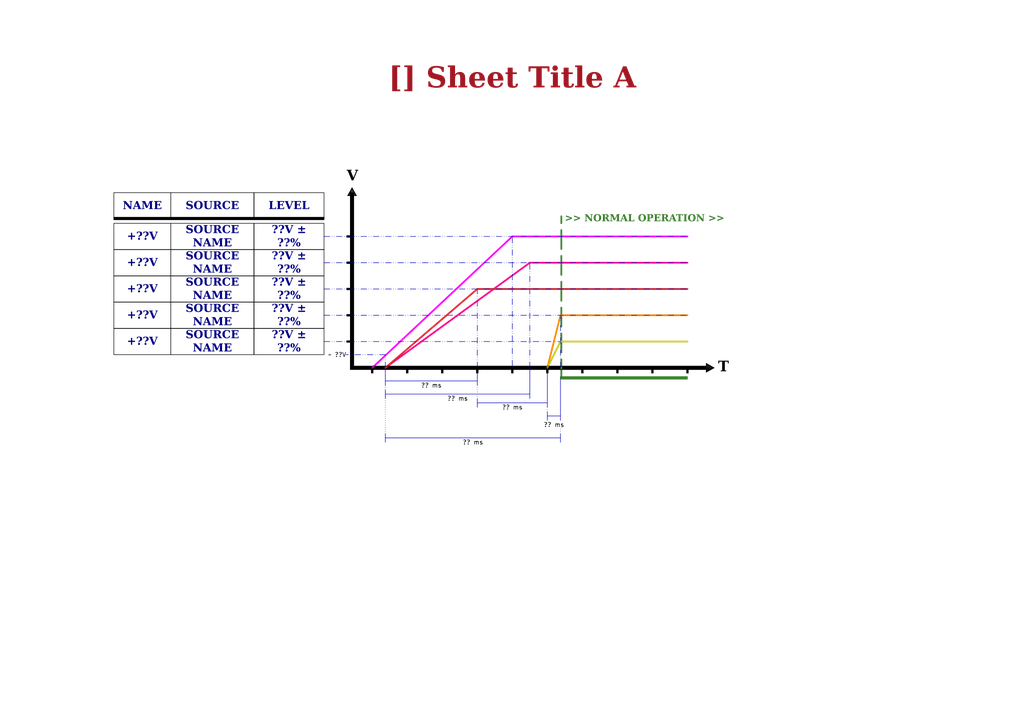
<source format=kicad_sch>
(kicad_sch
	(version 20231120)
	(generator "eeschema")
	(generator_version "8.0")
	(uuid "26e99a33-043b-499d-a26e-816ff79b487a")
	(paper "A4")
	(title_block
		(title "Sheet Title A")
		(date "Last Modified Date")
		(rev "${REVISION}")
		(company "${COMPANY}")
	)
	(lib_symbols)
	(polyline
		(pts
			(xy 111.76 106.68) (xy 153.67 76.2)
		)
		(stroke
			(width 0.5)
			(type solid)
			(color 255 0 133 1)
		)
		(uuid "14cc31f5-5b1d-4b99-9a30-1de7f84e106d")
	)
	(polyline
		(pts
			(xy 111.76 102.87) (xy 100.33 102.87)
		)
		(stroke
			(width 0)
			(type dash_dot_dot)
		)
		(uuid "176eb350-134d-4c1a-a967-a05b371b9b92")
	)
	(polyline
		(pts
			(xy 162.56 125.73) (xy 162.56 128.27)
		)
		(stroke
			(width 0)
			(type default)
		)
		(uuid "265a5d50-44ba-48ae-a091-bd8b2830d82a")
	)
	(polyline
		(pts
			(xy 158.75 120.65) (xy 162.56 120.65)
		)
		(stroke
			(width 0)
			(type default)
		)
		(uuid "2aff2b87-d6f1-4cc0-8284-8b904b49ef36")
	)
	(polyline
		(pts
			(xy 148.59 106.172) (xy 148.59 68.58)
		)
		(stroke
			(width 0)
			(type dash_dot_dot)
		)
		(uuid "2c89142b-99fb-43b5-b9d3-03f021389fdb")
	)
	(polyline
		(pts
			(xy 93.98 99.06) (xy 199.39 99.06)
		)
		(stroke
			(width 0)
			(type dash_dot_dot)
		)
		(uuid "3c31ec5e-b221-4aec-84a3-080393b50b04")
	)
	(polyline
		(pts
			(xy 111.76 111.76) (xy 111.76 113.03)
		)
		(stroke
			(width 0)
			(type dot)
		)
		(uuid "3d394317-cd67-4649-8df5-ebc365ddbfdf")
	)
	(polyline
		(pts
			(xy 158.75 119.38) (xy 158.75 121.92)
		)
		(stroke
			(width 0)
			(type default)
		)
		(uuid "3e2e08fe-6523-4396-b274-cda6d56778e0")
	)
	(polyline
		(pts
			(xy 162.56 91.44) (xy 199.39 91.44)
		)
		(stroke
			(width 0.5)
			(type default)
			(color 252 134 0 1)
		)
		(uuid "42c654f5-ac46-4448-ba19-6c5d32d22917")
	)
	(polyline
		(pts
			(xy 93.98 68.58) (xy 199.39 68.58)
		)
		(stroke
			(width 0)
			(type dash_dot_dot)
		)
		(uuid "4388944b-41bf-4dc2-b0dd-f03016b61251")
	)
	(polyline
		(pts
			(xy 138.43 111.76) (xy 138.43 115.57)
		)
		(stroke
			(width 0)
			(type dot)
		)
		(uuid "47a9c20d-5952-4ec8-bb7e-594d55c7461b")
	)
	(polyline
		(pts
			(xy 162.56 99.06) (xy 199.39 99.06)
		)
		(stroke
			(width 0.5)
			(type default)
			(color 197 195 20 1)
		)
		(uuid "49c66179-9940-468d-b223-88985cd9871b")
	)
	(polyline
		(pts
			(xy 111.76 114.3) (xy 153.67 114.3)
		)
		(stroke
			(width 0)
			(type default)
		)
		(uuid "49e75bcf-0616-4923-874b-4bd06ede6c5d")
	)
	(polyline
		(pts
			(xy 138.43 116.84) (xy 158.75 116.84)
		)
		(stroke
			(width 0)
			(type default)
		)
		(uuid "52b595f5-a4c4-4069-bfb0-f9071850e175")
	)
	(polyline
		(pts
			(xy 93.98 83.82) (xy 199.39 83.82)
		)
		(stroke
			(width 0)
			(type dash_dot_dot)
		)
		(uuid "5421d69e-5d49-4096-96c0-82f91adfb960")
	)
	(polyline
		(pts
			(xy 162.814 109.728) (xy 162.814 62.738)
		)
		(stroke
			(width 0.5)
			(type dash)
			(color 53 123 38 1)
		)
		(uuid "571b7b03-ab02-42e5-814b-af8217374239")
	)
	(polyline
		(pts
			(xy 138.43 83.82) (xy 199.39 83.82)
		)
		(stroke
			(width 0.5)
			(type default)
			(color 218 36 44 1)
		)
		(uuid "5d0e334d-67d8-48da-b576-32c4ae5dc53d")
	)
	(polyline
		(pts
			(xy 162.56 109.22) (xy 162.56 121.92)
		)
		(stroke
			(width 0)
			(type default)
		)
		(uuid "5fce4afd-58b2-496a-8ec6-376b126b7aa5")
	)
	(polyline
		(pts
			(xy 93.98 76.2) (xy 199.39 76.2)
		)
		(stroke
			(width 0)
			(type dash_dot_dot)
		)
		(uuid "6a20c2f3-4100-47ca-84db-e03414a75c97")
	)
	(polyline
		(pts
			(xy 153.67 76.2) (xy 199.39 76.2)
		)
		(stroke
			(width 0.5)
			(type solid)
			(color 255 0 133 1)
		)
		(uuid "6f97e3ca-cb2e-48ba-b000-4d63a9fe6edc")
	)
	(polyline
		(pts
			(xy 148.59 68.58) (xy 199.39 68.58)
		)
		(stroke
			(width 0.5)
			(type default)
			(color 255 0 255 1)
		)
		(uuid "77ddfb81-3eaa-462e-a520-91e0ed6ffb6f")
	)
	(polyline
		(pts
			(xy 138.43 115.57) (xy 138.43 118.11)
		)
		(stroke
			(width 0)
			(type default)
		)
		(uuid "78700d2c-d43e-4df1-ae7e-aad5fe6eddcf")
	)
	(polyline
		(pts
			(xy 153.67 106.68) (xy 153.67 115.57)
		)
		(stroke
			(width 0)
			(type default)
		)
		(uuid "7ac002d5-aae0-4230-953a-285d2af5cafc")
	)
	(polyline
		(pts
			(xy 111.76 127) (xy 162.56 127)
		)
		(stroke
			(width 0)
			(type default)
		)
		(uuid "7dba0084-5937-47c9-8663-44e93a9bf03f")
	)
	(polyline
		(pts
			(xy 93.98 91.44) (xy 199.39 91.44)
		)
		(stroke
			(width 0)
			(type dash_dot_dot)
		)
		(uuid "91a91d82-c27c-4a2d-b046-94fb5c0f1f7a")
	)
	(polyline
		(pts
			(xy 111.76 113.03) (xy 111.76 125.73)
		)
		(stroke
			(width 0)
			(type dot)
		)
		(uuid "936cce09-ddca-49b3-9254-0455e21801ca")
	)
	(polyline
		(pts
			(xy 111.76 106.68) (xy 138.43 83.82)
		)
		(stroke
			(width 0.5)
			(type default)
			(color 218 36 44 1)
		)
		(uuid "936e4695-90d1-473f-b2e9-3925dbcc41a5")
	)
	(polyline
		(pts
			(xy 111.76 125.73) (xy 111.76 128.27)
		)
		(stroke
			(width 0)
			(type default)
		)
		(uuid "9ad0a032-a5f5-4da8-986a-f5f07d651180")
	)
	(polyline
		(pts
			(xy 162.56 106.68) (xy 162.56 91.44)
		)
		(stroke
			(width 0)
			(type dash_dot_dot)
		)
		(uuid "9bacc9d8-82df-4198-a3ae-25132c3a38e4")
	)
	(polyline
		(pts
			(xy 138.43 107.95) (xy 138.43 111.76)
		)
		(stroke
			(width 0)
			(type default)
		)
		(uuid "9c33435c-a2b5-49b2-a841-eb211fbdc289")
	)
	(polyline
		(pts
			(xy 111.76 106.68) (xy 111.76 111.76)
		)
		(stroke
			(width 0)
			(type default)
		)
		(uuid "aa007ab0-f32f-4517-85ca-adce19623b6c")
	)
	(polyline
		(pts
			(xy 162.56 124.46) (xy 162.56 125.73)
		)
		(stroke
			(width 0)
			(type dot)
		)
		(uuid "ab47f80f-2219-40dc-8971-d659594e47c6")
	)
	(polyline
		(pts
			(xy 138.43 106.68) (xy 138.43 83.82)
		)
		(stroke
			(width 0)
			(type dash_dot_dot)
		)
		(uuid "b2256ad8-52e1-467a-97eb-791649f1c7eb")
	)
	(polyline
		(pts
			(xy 107.95 106.68) (xy 148.59 68.58)
		)
		(stroke
			(width 0.5)
			(type default)
			(color 255 0 255 1)
		)
		(uuid "bb11bb7b-66c0-432b-8711-470a4ce95921")
	)
	(polyline
		(pts
			(xy 153.67 106.68) (xy 153.67 76.2)
		)
		(stroke
			(width 0)
			(type dash_dot_dot)
		)
		(uuid "ccd26a26-5b18-4319-ac93-d9d60e06ef1a")
	)
	(polyline
		(pts
			(xy 158.75 118.11) (xy 158.75 119.38)
		)
		(stroke
			(width 0)
			(type dot)
		)
		(uuid "cd587bfb-80d0-4c74-af9e-3f5fb7118487")
	)
	(polyline
		(pts
			(xy 111.76 110.49) (xy 138.43 110.49)
		)
		(stroke
			(width 0)
			(type default)
		)
		(uuid "d56fcce8-bec3-4013-997f-52db8c3ef91e")
	)
	(polyline
		(pts
			(xy 111.76 113.03) (xy 111.76 115.57)
		)
		(stroke
			(width 0)
			(type default)
		)
		(uuid "e1d95917-4ce4-46f6-a72b-b2d08b7453f7")
	)
	(polyline
		(pts
			(xy 158.75 107.95) (xy 158.75 118.11)
		)
		(stroke
			(width 0)
			(type default)
		)
		(uuid "eb35ffa1-7ea0-4f7c-b58a-cf2ad49d1835")
	)
	(polyline
		(pts
			(xy 158.75 106.68) (xy 162.56 91.44)
		)
		(stroke
			(width 0.5)
			(type default)
			(color 252 134 0 1)
		)
		(uuid "ebc6628c-4f6b-481d-8074-2818b0d5a070")
	)
	(polyline
		(pts
			(xy 158.75 106.68) (xy 162.56 99.06)
		)
		(stroke
			(width 0.5)
			(type default)
			(color 197 195 20 1)
		)
		(uuid "f456ed01-83a1-4d6b-9599-582a9c86c8ae")
	)
	(polyline
		(pts
			(xy 111.76 106.68) (xy 111.76 102.87)
		)
		(stroke
			(width 0)
			(type dash_dot_dot)
		)
		(uuid "f927dc60-c8d8-4c88-bd0c-f4986498a3fd")
	)
	(rectangle
		(start 100.584 75.946)
		(end 102.108 76.454)
		(stroke
			(width 0)
			(type default)
			(color 0 0 0 1)
		)
		(fill
			(type color)
			(color 0 0 0 1)
		)
		(uuid 08e6d16e-cddb-4437-8fb0-3f0e7e248b46)
	)
	(rectangle
		(start 33.02 62.992)
		(end 93.98 63.754)
		(stroke
			(width 0)
			(type default)
			(color 0 0 0 1)
		)
		(fill
			(type color)
			(color 0 0 0 1)
		)
		(uuid 0fed1146-388a-45bf-9011-173d26077006)
	)
	(rectangle
		(start 188.976 106.68)
		(end 189.484 108.204)
		(stroke
			(width 0)
			(type default)
			(color 0 0 0 1)
		)
		(fill
			(type color)
			(color 0 0 0 1)
		)
		(uuid 152b764a-92f4-4340-9181-68bda475581a)
	)
	(rectangle
		(start 128.016 106.68)
		(end 128.524 108.204)
		(stroke
			(width 0)
			(type default)
			(color 0 0 0 1)
		)
		(fill
			(type color)
			(color 0 0 0 1)
		)
		(uuid 18a6df7c-e723-4c6d-8a07-61ca52a10575)
	)
	(rectangle
		(start 148.336 106.68)
		(end 148.844 108.204)
		(stroke
			(width 0)
			(type default)
			(color 0 0 0 1)
		)
		(fill
			(type color)
			(color 0 0 0 1)
		)
		(uuid 4f81071d-ad8c-46b3-a505-d54760487657)
	)
	(rectangle
		(start 138.176 106.68)
		(end 138.684 108.204)
		(stroke
			(width 0)
			(type default)
			(color 0 0 0 1)
		)
		(fill
			(type color)
			(color 0 0 0 1)
		)
		(uuid 6ed763f3-a300-46bd-b03f-1ea8b12951bd)
	)
	(rectangle
		(start 178.816 106.68)
		(end 179.324 108.204)
		(stroke
			(width 0)
			(type default)
			(color 0 0 0 1)
		)
		(fill
			(type color)
			(color 0 0 0 1)
		)
		(uuid 72cdb02e-a3e5-4c0d-b269-1dde16488460)
	)
	(rectangle
		(start 100.584 98.806)
		(end 102.108 99.314)
		(stroke
			(width 0)
			(type default)
			(color 0 0 0 1)
		)
		(fill
			(type color)
			(color 0 0 0 1)
		)
		(uuid 7419fd00-7a07-4a3e-8061-e4e7d169b343)
	)
	(rectangle
		(start 158.496 106.68)
		(end 159.004 108.204)
		(stroke
			(width 0)
			(type default)
			(color 0 0 0 1)
		)
		(fill
			(type color)
			(color 0 0 0 1)
		)
		(uuid 79d3025c-d4d3-4906-97b8-bb1715e37b85)
	)
	(rectangle
		(start 100.584 68.326)
		(end 102.108 68.834)
		(stroke
			(width 0)
			(type default)
			(color 0 0 0 1)
		)
		(fill
			(type color)
			(color 0 0 0 1)
		)
		(uuid 8af0ddaf-78b5-473e-b8ac-ad3105c6b3e6)
	)
	(rectangle
		(start 117.856 106.68)
		(end 118.364 108.204)
		(stroke
			(width 0)
			(type default)
			(color 0 0 0 1)
		)
		(fill
			(type color)
			(color 0 0 0 1)
		)
		(uuid 8bb5ca1d-3fc9-4641-955a-0363e8ec7c6a)
	)
	(rectangle
		(start 162.56 109.22)
		(end 199.39 109.982)
		(stroke
			(width 0)
			(type default)
			(color 53 123 38 1)
		)
		(fill
			(type color)
			(color 53 123 38 1)
		)
		(uuid 9921e9ab-2d5b-4319-ab2f-5e2929d86731)
	)
	(rectangle
		(start 199.136 106.68)
		(end 199.644 108.204)
		(stroke
			(width 0)
			(type default)
			(color 0 0 0 1)
		)
		(fill
			(type color)
			(color 0 0 0 1)
		)
		(uuid 9ab10dd2-cea8-419e-9add-dac261974c40)
	)
	(rectangle
		(start 168.656 106.68)
		(end 169.164 108.204)
		(stroke
			(width 0)
			(type default)
			(color 0 0 0 1)
		)
		(fill
			(type color)
			(color 0 0 0 1)
		)
		(uuid a9aee80a-93ab-44df-9dac-424d9651c57b)
	)
	(rectangle
		(start 100.584 83.566)
		(end 102.108 84.074)
		(stroke
			(width 0)
			(type default)
			(color 0 0 0 1)
		)
		(fill
			(type color)
			(color 0 0 0 1)
		)
		(uuid ab5a8de0-1a61-4607-aebd-5015da52dfb6)
	)
	(rectangle
		(start 101.6 55.88)
		(end 102.616 106.934)
		(stroke
			(width 0)
			(type default)
			(color 0 0 0 1)
		)
		(fill
			(type color)
			(color 0 0 0 1)
		)
		(uuid d3a481d1-24fd-449f-b5ae-f40f2b84574f)
	)
	(rectangle
		(start 100.584 91.186)
		(end 102.108 91.694)
		(stroke
			(width 0)
			(type default)
			(color 0 0 0 1)
		)
		(fill
			(type color)
			(color 0 0 0 1)
		)
		(uuid ed22d764-a315-4db6-b4c9-9b161f0a9336)
	)
	(rectangle
		(start 101.6 106.172)
		(end 204.724 107.188)
		(stroke
			(width 0)
			(type default)
			(color 0 0 0 1)
		)
		(fill
			(type color)
			(color 0 0 0 1)
		)
		(uuid f1ee61fe-6c0a-4407-8efc-133e706c3cfb)
	)
	(rectangle
		(start 107.696 106.68)
		(end 108.204 108.204)
		(stroke
			(width 0)
			(type default)
			(color 0 0 0 1)
		)
		(fill
			(type color)
			(color 0 0 0 1)
		)
		(uuid fc7c50e8-f60b-479c-ba49-62729492c222)
	)
	(text_box "LEVEL"
		(exclude_from_sim no)
		(at 73.66 55.88 0)
		(size 20.32 7.62)
		(stroke
			(width 0)
			(type default)
			(color 0 0 0 1)
		)
		(fill
			(type none)
		)
		(effects
			(font
				(face "Times New Roman")
				(size 2.286 2.286)
				(bold yes)
				(color 0 0 127 1)
			)
		)
		(uuid "04c11455-779b-4327-8983-5cd82a1a5e29")
	)
	(text_box "+??V"
		(exclude_from_sim no)
		(at 33.02 64.77 0)
		(size 16.51 7.62)
		(stroke
			(width 0)
			(type default)
			(color 0 0 0 1)
		)
		(fill
			(type none)
		)
		(effects
			(font
				(face "Times New Roman")
				(size 2.286 2.286)
				(bold yes)
				(color 0 0 127 1)
			)
		)
		(uuid "0c001783-17b7-4f89-94f2-276e82ef94e9")
	)
	(text_box "SOURCE NAME"
		(exclude_from_sim no)
		(at 49.53 87.63 0)
		(size 24.13 7.62)
		(stroke
			(width 0)
			(type default)
			(color 0 0 0 1)
		)
		(fill
			(type none)
		)
		(effects
			(font
				(face "Times New Roman")
				(size 2.286 2.286)
				(bold yes)
				(color 0 0 127 1)
			)
		)
		(uuid "28b777f0-29ba-4418-9b37-98a7ab37b6eb")
	)
	(text_box "?? ms"
		(exclude_from_sim no)
		(at 156.21 121.92 0)
		(size 8.89 2.54)
		(stroke
			(width -0.0001)
			(type default)
		)
		(fill
			(type none)
		)
		(effects
			(font
				(size 1.27 1.27)
				(color 0 0 0 1)
			)
		)
		(uuid "2f47554e-53f1-4363-8ae0-62ecbf6e9b7f")
	)
	(text_box "?? ms"
		(exclude_from_sim no)
		(at 111.76 114.3 0)
		(size 41.91 2.54)
		(stroke
			(width -0.0001)
			(type default)
		)
		(fill
			(type none)
		)
		(effects
			(font
				(size 1.27 1.27)
				(color 0 0 0 1)
			)
		)
		(uuid "355b7b59-9272-441d-b4d0-2707ac545c22")
	)
	(text_box "??V ± ??%"
		(exclude_from_sim no)
		(at 73.66 64.77 0)
		(size 20.32 7.62)
		(stroke
			(width 0)
			(type default)
			(color 0 0 0 1)
		)
		(fill
			(type none)
		)
		(effects
			(font
				(face "Times New Roman")
				(size 2.286 2.286)
				(bold yes)
				(color 0 0 127 1)
			)
		)
		(uuid "3a364f6d-f9c0-44a8-b403-1e507263de2b")
	)
	(text_box "SOURCE NAME"
		(exclude_from_sim no)
		(at 49.53 80.01 0)
		(size 24.13 7.62)
		(stroke
			(width 0)
			(type default)
			(color 0 0 0 1)
		)
		(fill
			(type none)
		)
		(effects
			(font
				(face "Times New Roman")
				(size 2.286 2.286)
				(bold yes)
				(color 0 0 127 1)
			)
		)
		(uuid "41f8fb28-2595-4968-b5ab-f9a83f7eb8b4")
	)
	(text_box "+??V"
		(exclude_from_sim no)
		(at 33.02 87.63 0)
		(size 16.51 7.62)
		(stroke
			(width 0)
			(type default)
			(color 0 0 0 1)
		)
		(fill
			(type none)
		)
		(effects
			(font
				(face "Times New Roman")
				(size 2.286 2.286)
				(bold yes)
				(color 0 0 127 1)
			)
		)
		(uuid "4c497bcc-d023-43d6-9a3c-f742109831d3")
	)
	(text_box "+??V"
		(exclude_from_sim no)
		(at 33.02 95.25 0)
		(size 16.51 7.62)
		(stroke
			(width 0)
			(type default)
			(color 0 0 0 1)
		)
		(fill
			(type none)
		)
		(effects
			(font
				(face "Times New Roman")
				(size 2.286 2.286)
				(bold yes)
				(color 0 0 127 1)
			)
		)
		(uuid "4d6b12e0-f0d2-4ebf-8c83-afb612a210b2")
	)
	(text_box "??V ± ??%"
		(exclude_from_sim no)
		(at 73.66 87.63 0)
		(size 20.32 7.62)
		(stroke
			(width 0)
			(type default)
			(color 0 0 0 1)
		)
		(fill
			(type none)
		)
		(effects
			(font
				(face "Times New Roman")
				(size 2.286 2.286)
				(bold yes)
				(color 0 0 127 1)
			)
		)
		(uuid "54d038a6-0eb6-463c-bc22-2c25e3cef5f4")
	)
	(text_box "?? ms"
		(exclude_from_sim no)
		(at 138.43 116.84 0)
		(size 20.32 2.54)
		(stroke
			(width -0.0001)
			(type default)
		)
		(fill
			(type none)
		)
		(effects
			(font
				(size 1.27 1.27)
				(color 0 0 0 1)
			)
		)
		(uuid "643d381f-b881-4bfb-8e44-8914716b032e")
	)
	(text_box "?? ms"
		(exclude_from_sim no)
		(at 111.76 110.49 0)
		(size 26.67 2.54)
		(stroke
			(width -0.0001)
			(type default)
		)
		(fill
			(type none)
		)
		(effects
			(font
				(size 1.27 1.27)
				(color 0 0 0 1)
			)
		)
		(uuid "76a5680d-cb47-4c17-afe1-8a01a0364ff0")
	)
	(text_box "+??V"
		(exclude_from_sim no)
		(at 33.02 72.39 0)
		(size 16.51 7.62)
		(stroke
			(width 0)
			(type default)
			(color 0 0 0 1)
		)
		(fill
			(type none)
		)
		(effects
			(font
				(face "Times New Roman")
				(size 2.286 2.286)
				(bold yes)
				(color 0 0 127 1)
			)
		)
		(uuid "7a9925bb-0a82-44e9-b50e-7432195edc6d")
	)
	(text_box "??V ± ??%"
		(exclude_from_sim no)
		(at 73.66 80.01 0)
		(size 20.32 7.62)
		(stroke
			(width 0)
			(type default)
			(color 0 0 0 1)
		)
		(fill
			(type none)
		)
		(effects
			(font
				(face "Times New Roman")
				(size 2.286 2.286)
				(bold yes)
				(color 0 0 127 1)
			)
		)
		(uuid "7e9b3897-acb5-40f5-99fa-000f1452ef2d")
	)
	(text_box "▼"
		(exclude_from_sim no)
		(at 204.47 105.41 90)
		(size 2.54 2.54)
		(stroke
			(width -0.0001)
			(type default)
		)
		(fill
			(type none)
		)
		(effects
			(font
				(size 3 3)
				(color 0 0 0 1)
			)
		)
		(uuid "80ee4b67-f4fe-4c67-906e-99632b3db8ee")
	)
	(text_box "[${#}] ${TITLE}"
		(exclude_from_sim no)
		(at 80.01 16.51 0)
		(size 137.16 12.7)
		(stroke
			(width -0.0001)
			(type default)
		)
		(fill
			(type none)
		)
		(effects
			(font
				(face "Times New Roman")
				(size 6 6)
				(thickness 1.2)
				(bold yes)
				(color 162 22 34 1)
			)
		)
		(uuid "80f76b8d-52cb-49fe-9647-9cd8137cf5f3")
	)
	(text_box "~ ??V"
		(exclude_from_sim no)
		(at 93.98 101.6 0)
		(size 7.62 2.54)
		(stroke
			(width -0.0001)
			(type default)
		)
		(fill
			(type none)
		)
		(effects
			(font
				(size 1.27 1.27)
				(color 0 0 0 1)
			)
		)
		(uuid "9c6940c5-6364-4d33-abb8-9f48dde225b4")
	)
	(text_box "NAME"
		(exclude_from_sim no)
		(at 33.02 55.88 0)
		(size 16.51 7.62)
		(stroke
			(width 0)
			(type default)
			(color 0 0 0 1)
		)
		(fill
			(type none)
		)
		(effects
			(font
				(face "Times New Roman")
				(size 2.286 2.286)
				(bold yes)
				(color 0 0 127 1)
			)
		)
		(uuid "9dbd7012-aca2-4151-b01b-61672211c6fa")
	)
	(text_box "▲"
		(exclude_from_sim no)
		(at 100.838 54.102 0)
		(size 2.54 2.54)
		(stroke
			(width -0.0001)
			(type default)
		)
		(fill
			(type none)
		)
		(effects
			(font
				(size 3 3)
				(color 0 0 0 1)
			)
		)
		(uuid "a799f66a-cda3-47f5-a796-a363847c1e31")
	)
	(text_box "SOURCE NAME"
		(exclude_from_sim no)
		(at 49.53 95.25 0)
		(size 24.13 7.62)
		(stroke
			(width 0)
			(type default)
			(color 0 0 0 1)
		)
		(fill
			(type none)
		)
		(effects
			(font
				(face "Times New Roman")
				(size 2.286 2.286)
				(bold yes)
				(color 0 0 127 1)
			)
		)
		(uuid "a9378b0b-bd73-4087-b978-3d0288061c57")
	)
	(text_box "SOURCE"
		(exclude_from_sim no)
		(at 49.53 55.88 0)
		(size 24.13 7.62)
		(stroke
			(width 0)
			(type default)
			(color 0 0 0 1)
		)
		(fill
			(type none)
		)
		(effects
			(font
				(face "Times New Roman")
				(size 2.286 2.286)
				(bold yes)
				(color 0 0 127 1)
			)
		)
		(uuid "ae0da5ec-3dd1-4b36-9cbb-5309b79b18ec")
	)
	(text_box "+??V"
		(exclude_from_sim no)
		(at 33.02 80.01 0)
		(size 16.51 7.62)
		(stroke
			(width 0)
			(type default)
			(color 0 0 0 1)
		)
		(fill
			(type none)
		)
		(effects
			(font
				(face "Times New Roman")
				(size 2.286 2.286)
				(bold yes)
				(color 0 0 127 1)
			)
		)
		(uuid "baa53509-f70a-488f-a91f-d90b0a44c3ee")
	)
	(text_box "??V ± ??%"
		(exclude_from_sim no)
		(at 73.66 95.25 0)
		(size 20.32 7.62)
		(stroke
			(width 0)
			(type default)
			(color 0 0 0 1)
		)
		(fill
			(type none)
		)
		(effects
			(font
				(face "Times New Roman")
				(size 2.286 2.286)
				(bold yes)
				(color 0 0 127 1)
			)
		)
		(uuid "cfed6416-9676-4913-93f8-be33cec7ee15")
	)
	(text_box "SOURCE NAME"
		(exclude_from_sim no)
		(at 49.53 72.39 0)
		(size 24.13 7.62)
		(stroke
			(width 0)
			(type default)
			(color 0 0 0 1)
		)
		(fill
			(type none)
		)
		(effects
			(font
				(face "Times New Roman")
				(size 2.286 2.286)
				(bold yes)
				(color 0 0 127 1)
			)
		)
		(uuid "d4825f07-a07c-43f0-9267-51fb0c8beb92")
	)
	(text_box "??V ± ??%"
		(exclude_from_sim no)
		(at 73.66 72.39 0)
		(size 20.32 7.62)
		(stroke
			(width 0)
			(type default)
			(color 0 0 0 1)
		)
		(fill
			(type none)
		)
		(effects
			(font
				(face "Times New Roman")
				(size 2.286 2.286)
				(bold yes)
				(color 0 0 127 1)
			)
		)
		(uuid "dd951238-83be-49f1-b5d4-dd307bef2421")
	)
	(text_box "?? ms"
		(exclude_from_sim no)
		(at 111.76 127 0)
		(size 50.8 2.54)
		(stroke
			(width -0.0001)
			(type default)
		)
		(fill
			(type none)
		)
		(effects
			(font
				(size 1.27 1.27)
				(color 0 0 0 1)
			)
		)
		(uuid "ec41c4d8-d7f7-4738-8da7-ebebc512795e")
	)
	(text_box "SOURCE NAME"
		(exclude_from_sim no)
		(at 49.53 64.77 0)
		(size 24.13 7.62)
		(stroke
			(width 0)
			(type default)
			(color 0 0 0 1)
		)
		(fill
			(type none)
		)
		(effects
			(font
				(face "Times New Roman")
				(size 2.286 2.286)
				(bold yes)
				(color 0 0 127 1)
			)
		)
		(uuid "f44a25dd-4d06-4743-b63e-2b77b9291c46")
	)
	(text_box "Tip: you can set NetClass Colors for different voltage rails in File → Schematic Setup → Project → Net Classes"
		(exclude_from_sim no)
		(at 11.43 212.09 0)
		(size 173.99 6.35)
		(stroke
			(width -0.0001)
			(type default)
		)
		(fill
			(type none)
		)
		(effects
			(font
				(size 2.54 2.54)
				(thickness 0.381)
				(bold yes)
				(color 0 0 0 1)
			)
			(justify right top)
		)
		(uuid "f9272ea8-e49b-4c44-9339-e900b43cc231")
	)
	(text "T"
		(exclude_from_sim no)
		(at 208.28 109.22 0)
		(effects
			(font
				(face "Times New Roman")
				(size 3 3)
				(thickness 0.4)
				(bold yes)
				(color 0 0 0 1)
			)
			(justify left bottom)
		)
		(uuid "07ed78e4-598e-4d29-9310-d5f40993a83d")
	)
	(text "V"
		(exclude_from_sim no)
		(at 100.584 53.848 0)
		(effects
			(font
				(face "Times New Roman")
				(size 3 3)
				(thickness 0.4)
				(bold yes)
				(color 0 0 0 1)
			)
			(justify left bottom)
		)
		(uuid "3b126a2c-8a76-4ced-9890-b8e9f91f22ae")
	)
	(text ">> NORMAL OPERATION >>"
		(exclude_from_sim no)
		(at 163.83 65.278 0)
		(effects
			(font
				(face "Times New Roman")
				(size 2 2)
				(thickness 0.4)
				(bold yes)
				(color 53 123 38 1)
			)
			(justify left bottom)
		)
		(uuid "4eba8f2a-f80f-4e4f-9868-b3b682ed40ff")
	)
)

</source>
